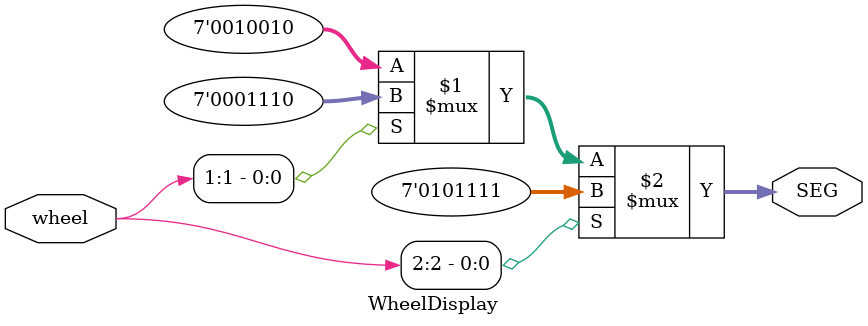
<source format=v>
module Priority(fb,lb,rb,bb,ls,rs,lw,rw);
	input fb,lb,rb,bb;
	input [2:0] ls,rs;
	output [2:0] lw,rw;
	wire [2:0] lwa, lwb, rwa, rwb;
	
	BumperLogic BL(fb,lb,rb,bb,lwa,rwa);
	SensorLogic SL(ls,rs,lwb,rwb);
	
	assign lw = fb|lb|rb|bb ? lwa : lwb;
	assign rw = fb|lb|rb|bb ? rwa : rwb;
endmodule


module WheelDisplay(wheel, SEG);
	input [2:0] wheel;
	output [6:0] SEG;
		parameter [6:0] S = 7'b0010010;
		parameter [6:0] F = 7'b0001110;
		parameter [6:0] R = 7'b0101111;
	assign SEG[6:0] = wheel[2] ? R : (wheel[1] ? F : S);
endmodule
</source>
